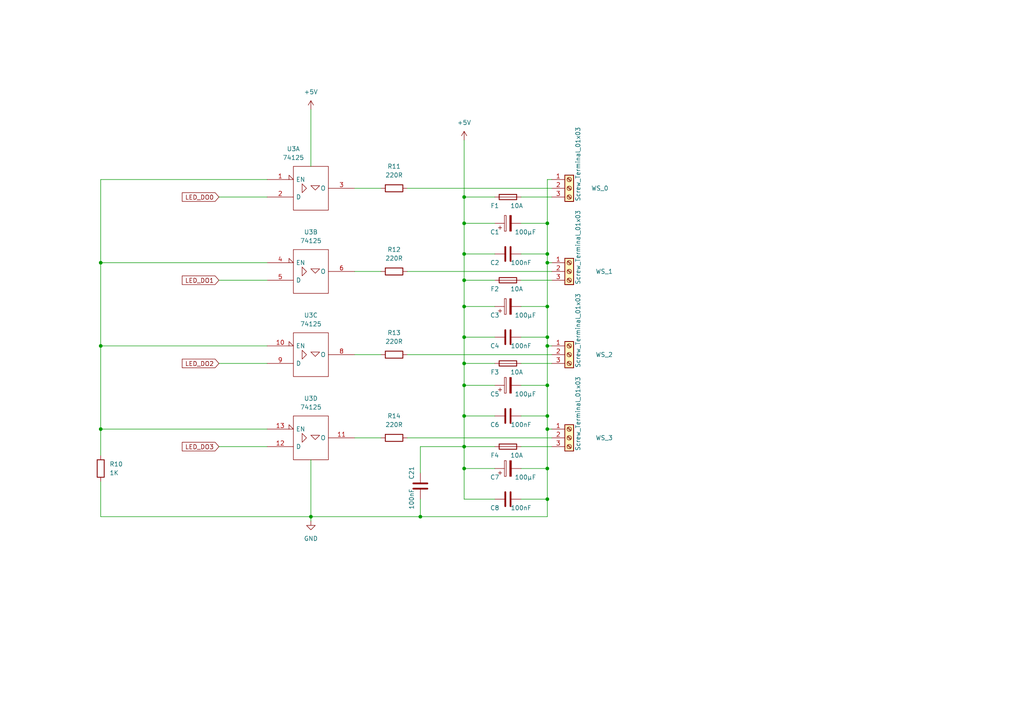
<source format=kicad_sch>
(kicad_sch (version 20211123) (generator eeschema)
  (paper "A4")
  (lib_symbols
    (symbol "74xx_IEEE:74125" (pin_names (offset 0.762))
      (property "Reference" "U" (at 6.35 6.35 0))
      (property "Value" "74125" (at 2.54 -7.62 0))
      (symbol "74125_0_1"
        (rectangle (start -5.08 6.35) (end 5.08 -6.35))
        (polyline (pts (xy -2.54 1.27) (xy -2.54 -1.27) (xy -1.27 0) (xy -2.54 1.27) (xy -2.54 1.27)))
        (polyline (pts (xy 0 0.762) (xy 2.54 0.762) (xy 1.27 -0.508) (xy 0 0.762) (xy 0 0.762)))
        (pin power_in line (at 0 6.35 270) (length 0) hide (name "VCC") (number "14"))
        (pin power_in line (at 0 -6.35 90) (length 0) hide (name "GND") (number "7"))
      )
      (symbol "74125_1_0"
        (pin input input_low (at -12.7 2.54 0) (length 7.62) (name "EN") (number "1"))
      )
      (symbol "74125_1_1"
        (pin input line (at -12.7 -2.54 0) (length 7.62) (name "D") (number "2"))
        (pin tri_state line (at 12.7 0 180) (length 7.62) (name "O") (number "3"))
      )
      (symbol "74125_2_0"
        (pin input input_low (at -12.7 2.54 0) (length 7.62) (name "EN") (number "4"))
      )
      (symbol "74125_2_1"
        (pin input line (at -12.7 -2.54 0) (length 7.62) (name "D") (number "5"))
        (pin tri_state line (at 12.7 0 180) (length 7.62) (name "O") (number "6"))
      )
      (symbol "74125_3_0"
        (pin input input_low (at -12.7 2.54 0) (length 7.62) (name "EN") (number "10"))
      )
      (symbol "74125_3_1"
        (pin tri_state line (at 12.7 0 180) (length 7.62) (name "O") (number "8"))
        (pin input line (at -12.7 -2.54 0) (length 7.62) (name "D") (number "9"))
      )
      (symbol "74125_4_0"
        (pin input input_low (at -12.7 2.54 0) (length 7.62) (name "EN") (number "13"))
      )
      (symbol "74125_4_1"
        (pin tri_state line (at 12.7 0 180) (length 7.62) (name "O") (number "11"))
        (pin input line (at -12.7 -2.54 0) (length 7.62) (name "D") (number "12"))
      )
    )
    (symbol "Connector:Screw_Terminal_01x03" (pin_names (offset 1.016) hide)
      (property "Reference" "J" (at 0 5.08 0))
      (property "Value" "Screw_Terminal_01x03" (at 0 -5.08 0))
      (symbol "Screw_Terminal_01x03_1_1"
        (rectangle (start -1.27 3.81) (end 1.27 -3.81) (stroke (width 0.254)) (fill (type background)))
        (circle (center 0 -2.54) (radius 0.635) (stroke (width 0.1524)))
        (polyline (pts (xy -0.5334 -2.2098) (xy 0.3302 -3.048)) (stroke (width 0.1524)))
        (polyline (pts (xy -0.5334 0.3302) (xy 0.3302 -0.508)) (stroke (width 0.1524)))
        (polyline (pts (xy -0.5334 2.8702) (xy 0.3302 2.032)) (stroke (width 0.1524)))
        (polyline (pts (xy -0.3556 -2.032) (xy 0.508 -2.8702)) (stroke (width 0.1524)))
        (polyline (pts (xy -0.3556 0.508) (xy 0.508 -0.3302)) (stroke (width 0.1524)))
        (polyline (pts (xy -0.3556 3.048) (xy 0.508 2.2098)) (stroke (width 0.1524)))
        (circle (center 0 0) (radius 0.635) (stroke (width 0.1524)))
        (circle (center 0 2.54) (radius 0.635) (stroke (width 0.1524)))
        (pin passive line (at -5.08 2.54 0) (length 3.81) (name "Pin_1") (number "1"))
        (pin passive line (at -5.08 0 0) (length 3.81) (name "Pin_2") (number "2"))
        (pin passive line (at -5.08 -2.54 0) (length 3.81) (name "Pin_3") (number "3"))
      )
    )
    (symbol "Device:C" (pin_numbers hide) (pin_names (offset 0.254))
      (property "Reference" "C" (at 0.635 2.54 0))
      (property "Value" "C" (at 0.635 -2.54 0))
      (symbol "C_0_1"
        (polyline (pts (xy -2.032 -0.762) (xy 2.032 -0.762)) (stroke (width 0.508)))
        (polyline (pts (xy -2.032 0.762) (xy 2.032 0.762)) (stroke (width 0.508)))
      )
      (symbol "C_1_1"
        (pin passive line (at 0 3.81 270) (length 2.794) (name "~") (number "1"))
        (pin passive line (at 0 -3.81 90) (length 2.794) (name "~") (number "2"))
      )
    )
    (symbol "Device:C_Polarized" (pin_numbers hide) (pin_names (offset 0.254))
      (property "Reference" "C" (at 0.635 2.54 0))
      (property "Value" "C_Polarized" (at 0.635 -2.54 0))
      (symbol "C_Polarized_0_1"
        (rectangle (start -2.286 0.508) (end 2.286 1.016))
        (polyline (pts (xy -1.778 2.286) (xy -0.762 2.286)))
        (polyline (pts (xy -1.27 2.794) (xy -1.27 1.778)))
        (rectangle (start 2.286 -0.508) (end -2.286 -1.016) (fill (type outline)))
      )
      (symbol "C_Polarized_1_1"
        (pin passive line (at 0 3.81 270) (length 2.794) (name "~") (number "1"))
        (pin passive line (at 0 -3.81 90) (length 2.794) (name "~") (number "2"))
      )
    )
    (symbol "Device:Fuse" (pin_numbers hide) (pin_names (offset 0))
      (property "Reference" "F" (at 2.032 0 90))
      (property "Value" "Fuse" (at -1.905 0 90))
      (symbol "Fuse_0_1"
        (rectangle (start -0.762 -2.54) (end 0.762 2.54) (stroke (width 0.254)))
        (polyline (pts (xy 0 2.54) (xy 0 -2.54)))
      )
      (symbol "Fuse_1_1"
        (pin passive line (at 0 3.81 270) (length 1.27) (name "~") (number "1"))
        (pin passive line (at 0 -3.81 90) (length 1.27) (name "~") (number "2"))
      )
    )
    (symbol "Device:R" (pin_numbers hide) (pin_names (offset 0))
      (property "Reference" "R" (at 2.032 0 90))
      (property "Value" "R" (at 0 0 90))
      (symbol "R_0_1"
        (rectangle (start -1.016 -2.54) (end 1.016 2.54) (stroke (width 0.254)))
      )
      (symbol "R_1_1"
        (pin passive line (at 0 3.81 270) (length 1.27) (name "~") (number "1"))
        (pin passive line (at 0 -3.81 90) (length 1.27) (name "~") (number "2"))
      )
    )
    (symbol "power:+5V" (power) (pin_names (offset 0))
      (property "Value" "+5V" (at 0 3.556 0))
      (symbol "+5V_0_1"
        (polyline (pts (xy -0.762 1.27) (xy 0 2.54)))
        (polyline (pts (xy 0 0) (xy 0 2.54)))
        (polyline (pts (xy 0 2.54) (xy 0.762 1.27)))
      )
      (symbol "+5V_1_1"
        (pin power_in line (at 0 0 90) (length 0) hide (name "+5V") (number "1"))
      )
    )
    (symbol "power:GND" (power) (pin_names (offset 0))
      (property "Value" "GND" (at 0 -3.81 0))
      (symbol "GND_0_1"
        (polyline (pts (xy 0 0) (xy 0 -1.27) (xy 1.27 -1.27) (xy 0 -2.54) (xy -1.27 -1.27) (xy 0 -1.27)))
      )
      (symbol "GND_1_1"
        (pin power_in line (at 0 0 270) (length 0) hide (name "GND") (number "1"))
      )
    )
  )
  (junction (at 158.75 97.79))
  (junction (at 158.75 124.46))
  (junction (at 134.62 73.66))
  (junction (at 90.17 149.86))
  (junction (at 134.62 135.89))
  (junction (at 134.62 88.9))
  (junction (at 134.62 97.79))
  (junction (at 158.75 88.9))
  (junction (at 134.62 81.28))
  (junction (at 158.75 144.78))
  (junction (at 29.21 100.33))
  (junction (at 134.62 120.65))
  (junction (at 134.62 129.54))
  (junction (at 158.75 111.76))
  (junction (at 134.62 111.76))
  (junction (at 134.62 57.15))
  (junction (at 121.92 149.86))
  (junction (at 158.75 100.33))
  (junction (at 134.62 64.77))
  (junction (at 158.75 76.2))
  (junction (at 158.75 64.77))
  (junction (at 158.75 73.66))
  (junction (at 158.75 135.89))
  (junction (at 134.62 105.41))
  (junction (at 29.21 76.2))
  (junction (at 29.21 124.46))
  (junction (at 158.75 120.65))
  (wire (pts (xy 151.13 111.76) (xy 158.75 111.76)))
  (wire (pts (xy 158.75 97.79) (xy 158.75 100.33)))
  (wire (pts (xy 29.21 76.2) (xy 29.21 100.33)))
  (wire (pts (xy 29.21 100.33) (xy 77.47 100.33)))
  (wire (pts (xy 151.13 144.78) (xy 158.75 144.78)))
  (wire (pts (xy 134.62 97.79) (xy 134.62 88.9)))
  (wire (pts (xy 134.62 120.65) (xy 143.51 120.65)))
  (wire (pts (xy 121.92 149.86) (xy 158.75 149.86)))
  (wire (pts (xy 134.62 129.54) (xy 134.62 120.65)))
  (wire (pts (xy 158.75 120.65) (xy 158.75 124.46)))
  (wire (pts (xy 151.13 135.89) (xy 158.75 135.89)))
  (wire (pts (xy 158.75 88.9) (xy 158.75 97.79)))
  (wire (pts (xy 158.75 124.46) (xy 158.75 135.89)))
  (wire (pts (xy 134.62 57.15) (xy 143.51 57.15)))
  (wire (pts (xy 151.13 105.41) (xy 160.02 105.41)))
  (wire (pts (xy 160.02 76.2) (xy 158.75 76.2)))
  (wire (pts (xy 151.13 120.65) (xy 158.75 120.65)))
  (wire (pts (xy 90.17 133.35) (xy 90.17 149.86)))
  (wire (pts (xy 134.62 73.66) (xy 134.62 81.28)))
  (wire (pts (xy 102.87 54.61) (xy 110.49 54.61)))
  (wire (pts (xy 134.62 129.54) (xy 143.51 129.54)))
  (wire (pts (xy 121.92 137.16) (xy 121.92 129.54)))
  (wire (pts (xy 158.75 135.89) (xy 158.75 144.78)))
  (wire (pts (xy 158.75 73.66) (xy 158.75 76.2)))
  (wire (pts (xy 134.62 81.28) (xy 143.51 81.28)))
  (wire (pts (xy 29.21 52.07) (xy 77.47 52.07)))
  (wire (pts (xy 151.13 88.9) (xy 158.75 88.9)))
  (wire (pts (xy 158.75 111.76) (xy 158.75 120.65)))
  (wire (pts (xy 63.5 105.41) (xy 77.47 105.41)))
  (wire (pts (xy 29.21 100.33) (xy 29.21 124.46)))
  (wire (pts (xy 63.5 129.54) (xy 77.47 129.54)))
  (wire (pts (xy 102.87 78.74) (xy 110.49 78.74)))
  (wire (pts (xy 151.13 73.66) (xy 158.75 73.66)))
  (wire (pts (xy 90.17 149.86) (xy 121.92 149.86)))
  (wire (pts (xy 134.62 97.79) (xy 143.51 97.79)))
  (wire (pts (xy 134.62 57.15) (xy 134.62 64.77)))
  (wire (pts (xy 151.13 97.79) (xy 158.75 97.79)))
  (wire (pts (xy 90.17 31.75) (xy 90.17 48.26)))
  (wire (pts (xy 102.87 127) (xy 110.49 127)))
  (wire (pts (xy 151.13 129.54) (xy 160.02 129.54)))
  (wire (pts (xy 134.62 73.66) (xy 143.51 73.66)))
  (wire (pts (xy 134.62 111.76) (xy 143.51 111.76)))
  (wire (pts (xy 134.62 88.9) (xy 134.62 81.28)))
  (wire (pts (xy 134.62 64.77) (xy 134.62 73.66)))
  (wire (pts (xy 121.92 144.78) (xy 121.92 149.86)))
  (wire (pts (xy 118.11 54.61) (xy 160.02 54.61)))
  (wire (pts (xy 151.13 81.28) (xy 160.02 81.28)))
  (wire (pts (xy 118.11 127) (xy 160.02 127)))
  (wire (pts (xy 29.21 149.86) (xy 90.17 149.86)))
  (wire (pts (xy 160.02 124.46) (xy 158.75 124.46)))
  (wire (pts (xy 121.92 129.54) (xy 134.62 129.54)))
  (wire (pts (xy 134.62 40.64) (xy 134.62 57.15)))
  (wire (pts (xy 158.75 144.78) (xy 158.75 149.86)))
  (wire (pts (xy 134.62 120.65) (xy 134.62 111.76)))
  (wire (pts (xy 134.62 135.89) (xy 134.62 129.54)))
  (wire (pts (xy 158.75 64.77) (xy 158.75 73.66)))
  (wire (pts (xy 118.11 102.87) (xy 160.02 102.87)))
  (wire (pts (xy 151.13 64.77) (xy 158.75 64.77)))
  (wire (pts (xy 63.5 57.15) (xy 77.47 57.15)))
  (wire (pts (xy 143.51 144.78) (xy 134.62 144.78)))
  (wire (pts (xy 143.51 135.89) (xy 134.62 135.89)))
  (wire (pts (xy 134.62 135.89) (xy 134.62 144.78)))
  (wire (pts (xy 158.75 100.33) (xy 158.75 111.76)))
  (wire (pts (xy 29.21 124.46) (xy 77.47 124.46)))
  (wire (pts (xy 160.02 100.33) (xy 158.75 100.33)))
  (wire (pts (xy 63.5 81.28) (xy 77.47 81.28)))
  (wire (pts (xy 134.62 111.76) (xy 134.62 105.41)))
  (wire (pts (xy 134.62 64.77) (xy 143.51 64.77)))
  (wire (pts (xy 29.21 139.7) (xy 29.21 149.86)))
  (wire (pts (xy 134.62 105.41) (xy 134.62 97.79)))
  (wire (pts (xy 158.75 52.07) (xy 158.75 64.77)))
  (wire (pts (xy 29.21 76.2) (xy 77.47 76.2)))
  (wire (pts (xy 134.62 105.41) (xy 143.51 105.41)))
  (wire (pts (xy 118.11 78.74) (xy 160.02 78.74)))
  (wire (pts (xy 102.87 102.87) (xy 110.49 102.87)))
  (wire (pts (xy 158.75 76.2) (xy 158.75 88.9)))
  (wire (pts (xy 134.62 88.9) (xy 143.51 88.9)))
  (wire (pts (xy 29.21 52.07) (xy 29.21 76.2)))
  (wire (pts (xy 90.17 151.13) (xy 90.17 149.86)))
  (wire (pts (xy 151.13 57.15) (xy 160.02 57.15)))
  (wire (pts (xy 160.02 52.07) (xy 158.75 52.07)))
  (wire (pts (xy 29.21 132.08) (xy 29.21 124.46)))
  (global_label "LED_DO3" (shape input) (at 63.5 129.54 180) (property "Intersheet References" "${INTERSHEET_REFS}" (at 52.8621 129.4606 0) (effects (justify right))))
  (global_label "LED_DO2" (shape input) (at 63.5 105.41 180) (property "Intersheet References" "${INTERSHEET_REFS}" (at 52.8621 105.3306 0) (effects (justify right))))
  (global_label "LED_DO1" (shape input) (at 63.5 81.28 180) (property "Intersheet References" "${INTERSHEET_REFS}" (at 52.8621 81.2006 0) (effects (justify right))))
  (global_label "LED_DO0" (shape input) (at 63.5 57.15 180) (property "Intersheet References" "${INTERSHEET_REFS}" (at 52.8621 57.0706 0) (effects (justify right))))
  (symbol (lib_id "Device:C") (at 121.92 140.97 0) (unit 1)
    (property "Reference" "C21" (at 119.38 137.16 90))
    (property "Value" "100nF" (at 119.38 144.78 90))
    (property "Footprint" "Capacitor_SMD:C_0805_2012Metric_Pad1.18x1.45mm_HandSolder" (effects hide))
  )
  (symbol (lib_id "Connector:Screw_Terminal_01x03") (at 165.1 54.61 0) (unit 1)
    (property "Reference" "WS_0" (at 171.45 54.61 0) (effects (justify left)))
    (property "Value" "Screw_Terminal_01x03" (at 167.64 58.42 90) (effects (justify left)))
    (property "Footprint" "TerminalBlock_Phoenix:TerminalBlock_Phoenix_MKDS-1,5-3_1x03_P5.00mm_Horizontal" (effects hide))
  )
  (symbol (lib_id "power:+5V") (at 90.17 31.75 0) (unit 1)
    (property "Reference" "#PWR03" (effects hide))
    (property "Value" "+5V" (at 90.17 26.67 0))
  )
  (symbol (lib_id "power:+5V") (at 134.62 40.64 0) (unit 1)
    (property "Reference" "#PWR05" (effects hide))
    (property "Value" "+5V" (at 134.62 35.56 0))
  )
  (symbol (lib_id "Device:Fuse") (at 147.32 105.41 90) (unit 1)
    (property "Reference" "F3" (at 143.51 107.95 90))
    (property "Value" "10A" (at 149.86 107.95 90))
    (property "Footprint" "Fuse:Fuseholder_Clip-5x20mm_Eaton_1A5601-01_Inline_P20.80x6.76mm_D1.70mm_Horizontal" (effects hide))
  )
  (symbol (lib_id "Device:C_Polarized") (at 147.32 88.9 90) (unit 1)
    (property "Reference" "C3" (at 143.51 91.44 90))
    (property "Value" "100µF" (at 152.4 91.44 90))
    (property "Footprint" "Capacitor_THT:CP_Radial_D8.0mm_P3.80mm" (effects hide))
  )
  (symbol (lib_id "Device:C_Polarized") (at 147.32 111.76 90) (unit 1)
    (property "Reference" "C5" (at 143.51 114.3 90))
    (property "Value" "100µF" (at 152.4 114.3 90))
    (property "Footprint" "Capacitor_THT:CP_Radial_D8.0mm_P3.80mm" (effects hide))
  )
  (symbol (lib_id "Device:C") (at 147.32 73.66 90) (unit 1)
    (property "Reference" "C2" (at 143.51 76.2 90))
    (property "Value" "100nF" (at 151.13 76.2 90))
    (property "Footprint" "Capacitor_SMD:C_0805_2012Metric_Pad1.18x1.45mm_HandSolder" (effects hide))
  )
  (symbol (lib_id "Device:C_Polarized") (at 147.32 135.89 90) (unit 1)
    (property "Reference" "C7" (at 143.51 138.43 90))
    (property "Value" "100µF" (at 152.4 138.43 90))
    (property "Footprint" "Capacitor_THT:CP_Radial_D8.0mm_P3.80mm" (effects hide))
  )
  (symbol (lib_id "Device:Fuse") (at 147.32 57.15 90) (unit 1)
    (property "Reference" "F1" (at 143.51 59.69 90))
    (property "Value" "10A" (at 149.86 59.69 90))
    (property "Footprint" "Fuse:Fuseholder_Clip-5x20mm_Eaton_1A5601-01_Inline_P20.80x6.76mm_D1.70mm_Horizontal" (effects hide))
  )
  (symbol (lib_id "Device:R") (at 114.3 127 270) (unit 1)
    (property "Reference" "R14" (at 114.3 120.65 90))
    (property "Value" "220R" (at 114.3 123.19 90))
    (property "Footprint" "Resistor_SMD:R_0805_2012Metric_Pad1.20x1.40mm_HandSolder" (effects hide))
  )
  (symbol (lib_id "Device:R") (at 114.3 54.61 270) (unit 1)
    (property "Reference" "R11" (at 114.3 48.26 90))
    (property "Value" "220R" (at 114.3 50.8 90))
    (property "Footprint" "Resistor_SMD:R_0805_2012Metric_Pad1.20x1.40mm_HandSolder" (effects hide))
  )
  (symbol (lib_id "74xx_IEEE:74125") (at 90.17 54.61 0) (unit 1)
    (property "Reference" "U3" (at 85.09 43.18 0))
    (property "Value" "74125" (at 85.09 45.72 0))
    (property "Footprint" "Package_DIP:DIP-14_W7.62mm_LongPads" (effects hide))
  )
  (symbol (lib_id "Device:Fuse") (at 147.32 81.28 90) (unit 1)
    (property "Reference" "F2" (at 143.51 83.82 90))
    (property "Value" "10A" (at 149.86 83.82 90))
    (property "Footprint" "Fuse:Fuseholder_Clip-5x20mm_Eaton_1A5601-01_Inline_P20.80x6.76mm_D1.70mm_Horizontal" (effects hide))
  )
  (symbol (lib_id "Device:C_Polarized") (at 147.32 64.77 90) (unit 1)
    (property "Reference" "C1" (at 143.51 67.31 90))
    (property "Value" "100µF" (at 152.4 67.31 90))
    (property "Footprint" "Capacitor_THT:CP_Radial_D8.0mm_P3.80mm" (effects hide))
  )
  (symbol (lib_id "Device:R") (at 29.21 135.89 0) (unit 1)
    (property "Reference" "R10" (at 31.75 134.6199 0) (effects (justify left)))
    (property "Value" "1K" (at 31.75 137.1599 0) (effects (justify left)))
    (property "Footprint" "Resistor_SMD:R_0805_2012Metric_Pad1.20x1.40mm_HandSolder" (effects hide))
  )
  (symbol (lib_id "74xx_IEEE:74125") (at 90.17 102.87 0) (unit 3)
    (property "Reference" "U3" (at 90.17 91.44 0))
    (property "Value" "74125" (at 90.17 93.98 0))
    (property "Footprint" "Package_DIP:DIP-14_W7.62mm_LongPads" (effects hide))
  )
  (symbol (lib_id "74xx_IEEE:74125") (at 90.17 127 0) (unit 4)
    (property "Reference" "U3" (at 90.17 115.57 0))
    (property "Value" "74125" (at 90.17 118.11 0))
    (property "Footprint" "Package_DIP:DIP-14_W7.62mm_LongPads" (effects hide))
  )
  (symbol (lib_id "74xx_IEEE:74125") (at 90.17 78.74 0) (unit 2)
    (property "Reference" "U3" (at 90.17 67.31 0))
    (property "Value" "74125" (at 90.17 69.85 0))
    (property "Footprint" "Package_DIP:DIP-14_W7.62mm_LongPads" (effects hide))
  )
  (symbol (lib_id "Device:C") (at 147.32 120.65 90) (unit 1)
    (property "Reference" "C6" (at 143.51 123.19 90))
    (property "Value" "100nF" (at 151.13 123.19 90))
    (property "Footprint" "Capacitor_SMD:C_0805_2012Metric_Pad1.18x1.45mm_HandSolder" (effects hide))
  )
  (symbol (lib_id "Connector:Screw_Terminal_01x03") (at 165.1 127 0) (unit 1)
    (property "Reference" "WS_3" (at 172.72 127 0) (effects (justify left)))
    (property "Value" "Screw_Terminal_01x03" (at 167.64 130.81 90) (effects (justify left)))
    (property "Footprint" "TerminalBlock_Phoenix:TerminalBlock_Phoenix_MKDS-1,5-3_1x03_P5.00mm_Horizontal" (effects hide))
  )
  (symbol (lib_id "Device:C") (at 147.32 97.79 90) (unit 1)
    (property "Reference" "C4" (at 143.51 100.33 90))
    (property "Value" "100nF" (at 151.13 100.33 90))
    (property "Footprint" "Capacitor_SMD:C_0805_2012Metric_Pad1.18x1.45mm_HandSolder" (effects hide))
  )
  (symbol (lib_id "Device:C") (at 147.32 144.78 90) (unit 1)
    (property "Reference" "C8" (at 143.51 147.32 90))
    (property "Value" "100nF" (at 151.13 147.32 90))
    (property "Footprint" "Capacitor_SMD:C_0805_2012Metric_Pad1.18x1.45mm_HandSolder" (effects hide))
  )
  (symbol (lib_id "Connector:Screw_Terminal_01x03") (at 165.1 78.74 0) (unit 1)
    (property "Reference" "WS_1" (at 172.72 78.74 0) (effects (justify left)))
    (property "Value" "Screw_Terminal_01x03" (at 167.64 82.55 90) (effects (justify left)))
    (property "Footprint" "TerminalBlock_Phoenix:TerminalBlock_Phoenix_MKDS-1,5-3_1x03_P5.00mm_Horizontal" (effects hide))
  )
  (symbol (lib_id "Device:R") (at 114.3 102.87 270) (unit 1)
    (property "Reference" "R13" (at 114.3 96.52 90))
    (property "Value" "220R" (at 114.3 99.06 90))
    (property "Footprint" "Resistor_SMD:R_0805_2012Metric_Pad1.20x1.40mm_HandSolder" (effects hide))
  )
  (symbol (lib_id "Device:Fuse") (at 147.32 129.54 90) (unit 1)
    (property "Reference" "F4" (at 143.51 132.08 90))
    (property "Value" "10A" (at 149.86 132.08 90))
    (property "Footprint" "Fuse:Fuseholder_Clip-5x20mm_Eaton_1A5601-01_Inline_P20.80x6.76mm_D1.70mm_Horizontal" (effects hide))
  )
  (symbol (lib_id "power:GND") (at 90.17 151.13 0) (unit 1)
    (property "Reference" "#PWR04" (effects hide))
    (property "Value" "GND" (at 90.17 156.21 0))
  )
  (symbol (lib_id "Device:R") (at 114.3 78.74 270) (unit 1)
    (property "Reference" "R12" (at 114.3 72.39 90))
    (property "Value" "220R" (at 114.3 74.93 90))
    (property "Footprint" "Resistor_SMD:R_0805_2012Metric_Pad1.20x1.40mm_HandSolder" (effects hide))
  )
  (symbol (lib_id "Connector:Screw_Terminal_01x03") (at 165.1 102.87 0) (unit 1)
    (property "Reference" "WS_2" (at 172.72 102.87 0) (effects (justify left)))
    (property "Value" "Screw_Terminal_01x03" (at 167.64 106.68 90) (effects (justify left)))
    (property "Footprint" "TerminalBlock_Phoenix:TerminalBlock_Phoenix_MKDS-1,5-3_1x03_P5.00mm_Horizontal" (effects hide))
  )
)
</source>
